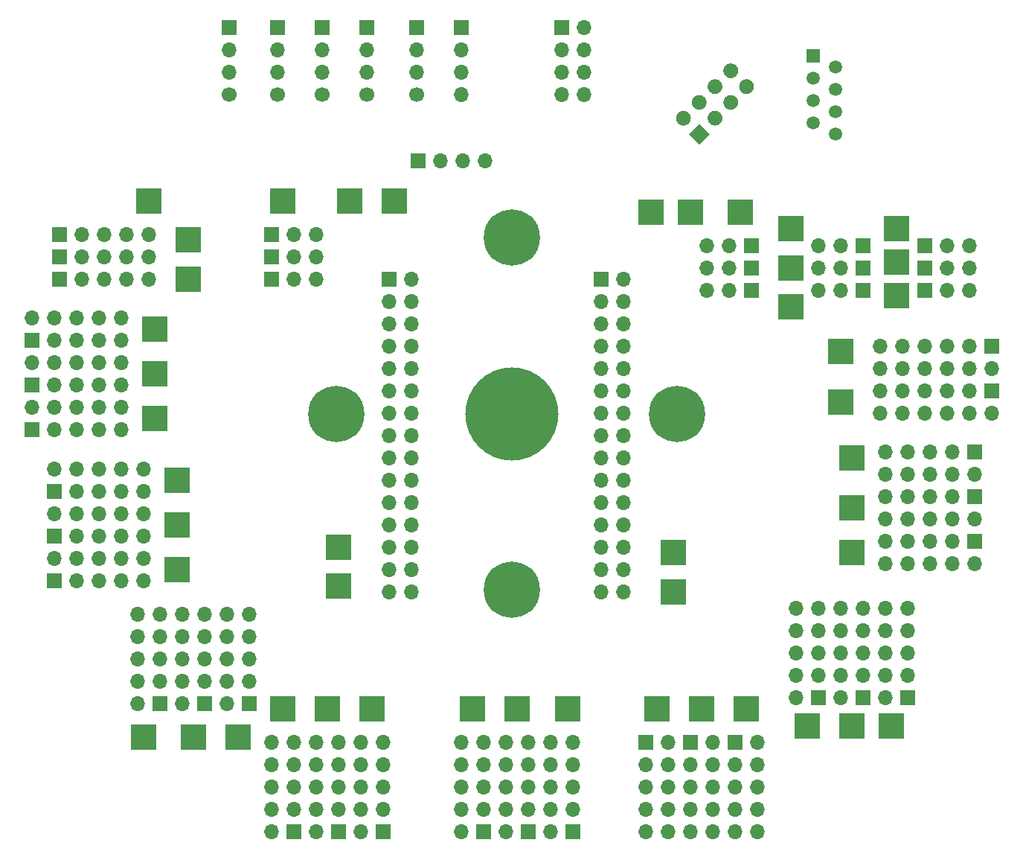
<source format=gbr>
%TF.GenerationSoftware,KiCad,Pcbnew,(5.1.9)-1*%
%TF.CreationDate,2021-04-12T23:12:51+02:00*%
%TF.ProjectId,Version1Female,56657273-696f-46e3-9146-656d616c652e,rev?*%
%TF.SameCoordinates,Original*%
%TF.FileFunction,Soldermask,Bot*%
%TF.FilePolarity,Negative*%
%FSLAX46Y46*%
G04 Gerber Fmt 4.6, Leading zero omitted, Abs format (unit mm)*
G04 Created by KiCad (PCBNEW (5.1.9)-1) date 2021-04-12 23:12:51*
%MOMM*%
%LPD*%
G01*
G04 APERTURE LIST*
%ADD10R,1.700000X1.700000*%
%ADD11O,1.700000X1.700000*%
%ADD12C,1.700000*%
%ADD13C,0.100000*%
%ADD14R,3.000000X3.000000*%
%ADD15C,6.400000*%
%ADD16C,1.500000*%
%ADD17R,1.500000X1.500000*%
%ADD18C,10.600000*%
G04 APERTURE END LIST*
D10*
%TO.C,J17*%
X113030000Y-47625000D03*
D11*
X113030000Y-50165000D03*
X113030000Y-52705000D03*
D12*
X113030000Y-55245000D03*
%TD*%
D10*
%TO.C,J6*%
X123190000Y-47625000D03*
D11*
X123190000Y-50165000D03*
X123190000Y-52705000D03*
D12*
X123190000Y-55245000D03*
%TD*%
D10*
%TO.C,J14*%
X107560000Y-47625000D03*
D11*
X107560000Y-50165000D03*
X107560000Y-52705000D03*
D12*
X107560000Y-55245000D03*
%TD*%
D10*
%TO.C,J12*%
X128905000Y-47625000D03*
D11*
X128905000Y-50165000D03*
X128905000Y-52705000D03*
D12*
X128905000Y-55245000D03*
%TD*%
D10*
%TO.C,J9*%
X133985000Y-47625000D03*
D11*
X133985000Y-50165000D03*
X133985000Y-52705000D03*
X133985000Y-55245000D03*
%TD*%
D10*
%TO.C,J4*%
X118110000Y-47625000D03*
D11*
X118110000Y-50165000D03*
X118110000Y-52705000D03*
D12*
X118110000Y-55245000D03*
%TD*%
D11*
%TO.C,J59*%
X147955000Y-55245000D03*
X145415000Y-55245000D03*
X147955000Y-52705000D03*
X145415000Y-52705000D03*
X147955000Y-50165000D03*
X145415000Y-50165000D03*
X147955000Y-47625000D03*
D10*
X145415000Y-47625000D03*
%TD*%
D13*
%TO.C,J58*%
G36*
X159833918Y-59690000D02*
G01*
X161036000Y-58487918D01*
X162238082Y-59690000D01*
X161036000Y-60892082D01*
X159833918Y-59690000D01*
G37*
G36*
G01*
X158638908Y-57292908D02*
X158638908Y-57292908D01*
G75*
G02*
X159840990Y-57292908I601041J-601041D01*
G01*
X159840990Y-57292908D01*
G75*
G02*
X159840990Y-58494990I-601041J-601041D01*
G01*
X159840990Y-58494990D01*
G75*
G02*
X158638908Y-58494990I-601041J601041D01*
G01*
X158638908Y-58494990D01*
G75*
G02*
X158638908Y-57292908I601041J601041D01*
G01*
G37*
G36*
G01*
X162231010Y-57292908D02*
X162231010Y-57292908D01*
G75*
G02*
X163433092Y-57292908I601041J-601041D01*
G01*
X163433092Y-57292908D01*
G75*
G02*
X163433092Y-58494990I-601041J-601041D01*
G01*
X163433092Y-58494990D01*
G75*
G02*
X162231010Y-58494990I-601041J601041D01*
G01*
X162231010Y-58494990D01*
G75*
G02*
X162231010Y-57292908I601041J601041D01*
G01*
G37*
G36*
G01*
X160434959Y-55496857D02*
X160434959Y-55496857D01*
G75*
G02*
X161637041Y-55496857I601041J-601041D01*
G01*
X161637041Y-55496857D01*
G75*
G02*
X161637041Y-56698939I-601041J-601041D01*
G01*
X161637041Y-56698939D01*
G75*
G02*
X160434959Y-56698939I-601041J601041D01*
G01*
X160434959Y-56698939D01*
G75*
G02*
X160434959Y-55496857I601041J601041D01*
G01*
G37*
G36*
G01*
X164027061Y-55496857D02*
X164027061Y-55496857D01*
G75*
G02*
X165229143Y-55496857I601041J-601041D01*
G01*
X165229143Y-55496857D01*
G75*
G02*
X165229143Y-56698939I-601041J-601041D01*
G01*
X165229143Y-56698939D01*
G75*
G02*
X164027061Y-56698939I-601041J601041D01*
G01*
X164027061Y-56698939D01*
G75*
G02*
X164027061Y-55496857I601041J601041D01*
G01*
G37*
G36*
G01*
X162231010Y-53700805D02*
X162231010Y-53700805D01*
G75*
G02*
X163433092Y-53700805I601041J-601041D01*
G01*
X163433092Y-53700805D01*
G75*
G02*
X163433092Y-54902887I-601041J-601041D01*
G01*
X163433092Y-54902887D01*
G75*
G02*
X162231010Y-54902887I-601041J601041D01*
G01*
X162231010Y-54902887D01*
G75*
G02*
X162231010Y-53700805I601041J601041D01*
G01*
G37*
G36*
G01*
X165823113Y-53700805D02*
X165823113Y-53700805D01*
G75*
G02*
X167025195Y-53700805I601041J-601041D01*
G01*
X167025195Y-53700805D01*
G75*
G02*
X167025195Y-54902887I-601041J-601041D01*
G01*
X167025195Y-54902887D01*
G75*
G02*
X165823113Y-54902887I-601041J601041D01*
G01*
X165823113Y-54902887D01*
G75*
G02*
X165823113Y-53700805I601041J601041D01*
G01*
G37*
G36*
G01*
X164027061Y-51904754D02*
X164027061Y-51904754D01*
G75*
G02*
X165229143Y-51904754I601041J-601041D01*
G01*
X165229143Y-51904754D01*
G75*
G02*
X165229143Y-53106836I-601041J-601041D01*
G01*
X165229143Y-53106836D01*
G75*
G02*
X164027061Y-53106836I-601041J601041D01*
G01*
X164027061Y-53106836D01*
G75*
G02*
X164027061Y-51904754I601041J601041D01*
G01*
G37*
%TD*%
D11*
%TO.C,J57*%
X191770000Y-77470000D03*
X189230000Y-77470000D03*
D10*
X186690000Y-77470000D03*
%TD*%
D11*
%TO.C,J56*%
X191770000Y-74930000D03*
X189230000Y-74930000D03*
D10*
X186690000Y-74930000D03*
%TD*%
D11*
%TO.C,J55*%
X167640000Y-139065000D03*
X165100000Y-139065000D03*
X167640000Y-136525000D03*
X165100000Y-136525000D03*
X167640000Y-133985000D03*
X165100000Y-133985000D03*
X167640000Y-131445000D03*
X165100000Y-131445000D03*
X167640000Y-128905000D03*
D10*
X165100000Y-128905000D03*
%TD*%
D11*
%TO.C,J54*%
X117475000Y-128905000D03*
X120015000Y-128905000D03*
X117475000Y-131445000D03*
X120015000Y-131445000D03*
X117475000Y-133985000D03*
X120015000Y-133985000D03*
X117475000Y-136525000D03*
X120015000Y-136525000D03*
X117475000Y-139065000D03*
D10*
X120015000Y-139065000D03*
%TD*%
D11*
%TO.C,J53*%
X112395000Y-128905000D03*
X114935000Y-128905000D03*
X112395000Y-131445000D03*
X114935000Y-131445000D03*
X112395000Y-133985000D03*
X114935000Y-133985000D03*
X112395000Y-136525000D03*
X114935000Y-136525000D03*
X112395000Y-139065000D03*
D10*
X114935000Y-139065000D03*
%TD*%
D11*
%TO.C,J52*%
X95250000Y-80645000D03*
X95250000Y-83185000D03*
X92710000Y-80645000D03*
X92710000Y-83185000D03*
X90170000Y-80645000D03*
X90170000Y-83185000D03*
X87630000Y-80645000D03*
X87630000Y-83185000D03*
X85090000Y-80645000D03*
D10*
X85090000Y-83185000D03*
%TD*%
D11*
%TO.C,J51*%
X95250000Y-85725000D03*
X95250000Y-88265000D03*
X92710000Y-85725000D03*
X92710000Y-88265000D03*
X90170000Y-85725000D03*
X90170000Y-88265000D03*
X87630000Y-85725000D03*
X87630000Y-88265000D03*
X85090000Y-85725000D03*
D10*
X85090000Y-88265000D03*
%TD*%
D11*
%TO.C,J50*%
X95250000Y-90805000D03*
X95250000Y-93345000D03*
X92710000Y-90805000D03*
X92710000Y-93345000D03*
X90170000Y-90805000D03*
X90170000Y-93345000D03*
X87630000Y-90805000D03*
X87630000Y-93345000D03*
X85090000Y-90805000D03*
D10*
X85090000Y-93345000D03*
%TD*%
D11*
%TO.C,J48*%
X97790000Y-97790000D03*
X97790000Y-100330000D03*
X95250000Y-97790000D03*
X95250000Y-100330000D03*
X92710000Y-97790000D03*
X92710000Y-100330000D03*
X90170000Y-97790000D03*
X90170000Y-100330000D03*
X87630000Y-97790000D03*
D10*
X87630000Y-100330000D03*
%TD*%
D11*
%TO.C,J47*%
X97790000Y-102870000D03*
X97790000Y-105410000D03*
X95250000Y-102870000D03*
X95250000Y-105410000D03*
X92710000Y-102870000D03*
X92710000Y-105410000D03*
X90170000Y-102870000D03*
X90170000Y-105410000D03*
X87630000Y-102870000D03*
D10*
X87630000Y-105410000D03*
%TD*%
D11*
%TO.C,J46*%
X97790000Y-107950000D03*
X97790000Y-110490000D03*
X95250000Y-107950000D03*
X95250000Y-110490000D03*
X92710000Y-107950000D03*
X92710000Y-110490000D03*
X90170000Y-107950000D03*
X90170000Y-110490000D03*
X87630000Y-107950000D03*
D10*
X87630000Y-110490000D03*
%TD*%
D11*
%TO.C,J45*%
X98425000Y-71120000D03*
X95885000Y-71120000D03*
X93345000Y-71120000D03*
X90805000Y-71120000D03*
D10*
X88265000Y-71120000D03*
%TD*%
D11*
%TO.C,J44*%
X107315000Y-114300000D03*
X109855000Y-114300000D03*
X107315000Y-116840000D03*
X109855000Y-116840000D03*
X107315000Y-119380000D03*
X109855000Y-119380000D03*
X107315000Y-121920000D03*
X109855000Y-121920000D03*
X107315000Y-124460000D03*
D10*
X109855000Y-124460000D03*
%TD*%
D11*
%TO.C,J43*%
X102235000Y-114300000D03*
X104775000Y-114300000D03*
X102235000Y-116840000D03*
X104775000Y-116840000D03*
X102235000Y-119380000D03*
X104775000Y-119380000D03*
X102235000Y-121920000D03*
X104775000Y-121920000D03*
X102235000Y-124460000D03*
D10*
X104775000Y-124460000D03*
%TD*%
D11*
%TO.C,J42*%
X97155000Y-114300000D03*
X99695000Y-114300000D03*
X97155000Y-116840000D03*
X99695000Y-116840000D03*
X97155000Y-119380000D03*
X99695000Y-119380000D03*
X97155000Y-121920000D03*
X99695000Y-121920000D03*
X97155000Y-124460000D03*
D10*
X99695000Y-124460000D03*
%TD*%
D11*
%TO.C,J41*%
X182245000Y-98425000D03*
X182245000Y-95885000D03*
X184785000Y-98425000D03*
X184785000Y-95885000D03*
X187325000Y-98425000D03*
X187325000Y-95885000D03*
X189865000Y-98425000D03*
X189865000Y-95885000D03*
X192405000Y-98425000D03*
D10*
X192405000Y-95885000D03*
%TD*%
D11*
%TO.C,J40*%
X182245000Y-103505000D03*
X182245000Y-100965000D03*
X184785000Y-103505000D03*
X184785000Y-100965000D03*
X187325000Y-103505000D03*
X187325000Y-100965000D03*
X189865000Y-103505000D03*
X189865000Y-100965000D03*
X192405000Y-103505000D03*
D10*
X192405000Y-100965000D03*
%TD*%
D11*
%TO.C,J39*%
X182245000Y-108585000D03*
X182245000Y-106045000D03*
X184785000Y-108585000D03*
X184785000Y-106045000D03*
X187325000Y-108585000D03*
X187325000Y-106045000D03*
X189865000Y-108585000D03*
X189865000Y-106045000D03*
X192405000Y-108585000D03*
D10*
X192405000Y-106045000D03*
%TD*%
D11*
%TO.C,J38*%
X182245000Y-113665000D03*
X184785000Y-113665000D03*
X182245000Y-116205000D03*
X184785000Y-116205000D03*
X182245000Y-118745000D03*
X184785000Y-118745000D03*
X182245000Y-121285000D03*
X184785000Y-121285000D03*
X182245000Y-123825000D03*
D10*
X184785000Y-123825000D03*
%TD*%
D11*
%TO.C,J37*%
X191770000Y-72390000D03*
X189230000Y-72390000D03*
D10*
X186690000Y-72390000D03*
%TD*%
%TO.C,J36*%
X179705000Y-72390000D03*
D11*
X177165000Y-72390000D03*
X174625000Y-72390000D03*
%TD*%
%TO.C,J35*%
X117475000Y-71120000D03*
X114935000Y-71120000D03*
D10*
X112395000Y-71120000D03*
%TD*%
D11*
%TO.C,J34*%
X161925000Y-72390000D03*
X164465000Y-72390000D03*
D10*
X167005000Y-72390000D03*
%TD*%
D11*
%TO.C,J33*%
X98425000Y-73660000D03*
X95885000Y-73660000D03*
X93345000Y-73660000D03*
X90805000Y-73660000D03*
D10*
X88265000Y-73660000D03*
%TD*%
D11*
%TO.C,J32*%
X177165000Y-113665000D03*
X179705000Y-113665000D03*
X177165000Y-116205000D03*
X179705000Y-116205000D03*
X177165000Y-118745000D03*
X179705000Y-118745000D03*
X177165000Y-121285000D03*
X179705000Y-121285000D03*
X177165000Y-123825000D03*
D10*
X179705000Y-123825000D03*
%TD*%
D11*
%TO.C,J31*%
X172085000Y-113665000D03*
X174625000Y-113665000D03*
X172085000Y-116205000D03*
X174625000Y-116205000D03*
X172085000Y-118745000D03*
X174625000Y-118745000D03*
X172085000Y-121285000D03*
X174625000Y-121285000D03*
X172085000Y-123825000D03*
D10*
X174625000Y-123825000D03*
%TD*%
D11*
%TO.C,J30*%
X162560000Y-139065000D03*
X160020000Y-139065000D03*
X162560000Y-136525000D03*
X160020000Y-136525000D03*
X162560000Y-133985000D03*
X160020000Y-133985000D03*
X162560000Y-131445000D03*
X160020000Y-131445000D03*
X162560000Y-128905000D03*
D10*
X160020000Y-128905000D03*
%TD*%
D11*
%TO.C,J29*%
X157480000Y-139065000D03*
X154940000Y-139065000D03*
X157480000Y-136525000D03*
X154940000Y-136525000D03*
X157480000Y-133985000D03*
X154940000Y-133985000D03*
X157480000Y-131445000D03*
X154940000Y-131445000D03*
X157480000Y-128905000D03*
D10*
X154940000Y-128905000D03*
%TD*%
D11*
%TO.C,J28*%
X144145000Y-128905000D03*
X146685000Y-128905000D03*
X144145000Y-131445000D03*
X146685000Y-131445000D03*
X144145000Y-133985000D03*
X146685000Y-133985000D03*
X144145000Y-136525000D03*
X146685000Y-136525000D03*
X144145000Y-139065000D03*
D10*
X146685000Y-139065000D03*
%TD*%
D11*
%TO.C,J27*%
X139065000Y-128905000D03*
X141605000Y-128905000D03*
X139065000Y-131445000D03*
X141605000Y-131445000D03*
X139065000Y-133985000D03*
X141605000Y-133985000D03*
X139065000Y-136525000D03*
X141605000Y-136525000D03*
X139065000Y-139065000D03*
D10*
X141605000Y-139065000D03*
%TD*%
D11*
%TO.C,J26*%
X133985000Y-128905000D03*
X136525000Y-128905000D03*
X133985000Y-131445000D03*
X136525000Y-131445000D03*
X133985000Y-133985000D03*
X136525000Y-133985000D03*
X133985000Y-136525000D03*
X136525000Y-136525000D03*
X133985000Y-139065000D03*
D10*
X136525000Y-139065000D03*
%TD*%
%TO.C,J25*%
X179705000Y-74930000D03*
D11*
X177165000Y-74930000D03*
X174625000Y-74930000D03*
%TD*%
%TO.C,J24*%
X117475000Y-73660000D03*
X114935000Y-73660000D03*
D10*
X112395000Y-73660000D03*
%TD*%
D11*
%TO.C,J23*%
X161925000Y-74930000D03*
X164465000Y-74930000D03*
D10*
X167005000Y-74930000D03*
%TD*%
D11*
%TO.C,J22*%
X98425000Y-76200000D03*
X95885000Y-76200000D03*
X93345000Y-76200000D03*
X90805000Y-76200000D03*
D10*
X88265000Y-76200000D03*
%TD*%
%TO.C,J21*%
X179705000Y-77470000D03*
D11*
X177165000Y-77470000D03*
X174625000Y-77470000D03*
%TD*%
%TO.C,J20*%
X117475000Y-76200000D03*
X114935000Y-76200000D03*
D10*
X112395000Y-76200000D03*
%TD*%
D11*
%TO.C,J19*%
X161925000Y-77470000D03*
X164465000Y-77470000D03*
D10*
X167005000Y-77470000D03*
%TD*%
D11*
%TO.C,J18*%
X122555000Y-128905000D03*
X125095000Y-128905000D03*
X122555000Y-131445000D03*
X125095000Y-131445000D03*
X122555000Y-133985000D03*
X125095000Y-133985000D03*
X122555000Y-136525000D03*
X125095000Y-136525000D03*
X122555000Y-139065000D03*
D10*
X125095000Y-139065000D03*
%TD*%
D11*
%TO.C,J15*%
X136652000Y-62738000D03*
X134112000Y-62738000D03*
X131572000Y-62738000D03*
D10*
X129032000Y-62738000D03*
%TD*%
D11*
%TO.C,J7*%
X181610000Y-91440000D03*
X181610000Y-88900000D03*
X184150000Y-91440000D03*
X184150000Y-88900000D03*
X186690000Y-91440000D03*
X186690000Y-88900000D03*
X189230000Y-91440000D03*
X189230000Y-88900000D03*
X191770000Y-91440000D03*
X191770000Y-88900000D03*
X194310000Y-91440000D03*
D10*
X194310000Y-88900000D03*
%TD*%
D11*
%TO.C,J3*%
X128270000Y-111760000D03*
X125730000Y-111760000D03*
X128270000Y-109220000D03*
X125730000Y-109220000D03*
X128270000Y-106680000D03*
X125730000Y-106680000D03*
X128270000Y-104140000D03*
X125730000Y-104140000D03*
X128270000Y-101600000D03*
X125730000Y-101600000D03*
X128270000Y-99060000D03*
X125730000Y-99060000D03*
X128270000Y-96520000D03*
X125730000Y-96520000D03*
X128270000Y-93980000D03*
X125730000Y-93980000D03*
X128270000Y-91440000D03*
X125730000Y-91440000D03*
X128270000Y-88900000D03*
X125730000Y-88900000D03*
X128270000Y-86360000D03*
X125730000Y-86360000D03*
X128270000Y-83820000D03*
X125730000Y-83820000D03*
X128270000Y-81280000D03*
X125730000Y-81280000D03*
X128270000Y-78740000D03*
X125730000Y-78740000D03*
X128270000Y-76200000D03*
D10*
X125730000Y-76200000D03*
%TD*%
D11*
%TO.C,J2*%
X181610000Y-86360000D03*
X181610000Y-83820000D03*
X184150000Y-86360000D03*
X184150000Y-83820000D03*
X186690000Y-86360000D03*
X186690000Y-83820000D03*
X189230000Y-86360000D03*
X189230000Y-83820000D03*
X191770000Y-86360000D03*
X191770000Y-83820000D03*
X194310000Y-86360000D03*
D10*
X194310000Y-83820000D03*
%TD*%
D11*
%TO.C,J1*%
X152400000Y-111760000D03*
X149860000Y-111760000D03*
X152400000Y-109220000D03*
X149860000Y-109220000D03*
X152400000Y-106680000D03*
X149860000Y-106680000D03*
X152400000Y-104140000D03*
X149860000Y-104140000D03*
X152400000Y-101600000D03*
X149860000Y-101600000D03*
X152400000Y-99060000D03*
X149860000Y-99060000D03*
X152400000Y-96520000D03*
X149860000Y-96520000D03*
X152400000Y-93980000D03*
X149860000Y-93980000D03*
X152400000Y-91440000D03*
X149860000Y-91440000D03*
X152400000Y-88900000D03*
X149860000Y-88900000D03*
X152400000Y-86360000D03*
X149860000Y-86360000D03*
X152400000Y-83820000D03*
X149860000Y-83820000D03*
X152400000Y-81280000D03*
X149860000Y-81280000D03*
X152400000Y-78740000D03*
X149860000Y-78740000D03*
X152400000Y-76200000D03*
D10*
X149860000Y-76200000D03*
%TD*%
D14*
%TO.C,TP43*%
X183515000Y-78105000D03*
%TD*%
%TO.C,TP42*%
X183515000Y-74295000D03*
%TD*%
%TO.C,TP41*%
X183515000Y-70485000D03*
%TD*%
%TO.C,TP40*%
X177165000Y-90170000D03*
%TD*%
%TO.C,TP39*%
X177165000Y-84455000D03*
%TD*%
%TO.C,TP38*%
X120015000Y-106680000D03*
%TD*%
%TO.C,TP38*%
X120015000Y-111125000D03*
%TD*%
%TO.C,TP37*%
X158115000Y-107315000D03*
%TD*%
%TO.C,TP37*%
X158115000Y-111760000D03*
%TD*%
%TO.C,TP36*%
X171450000Y-70485000D03*
%TD*%
%TO.C,TP35*%
X171450000Y-74930000D03*
%TD*%
%TO.C,TP34*%
X171450000Y-79375000D03*
%TD*%
%TO.C,TP33*%
X113665000Y-67310000D03*
%TD*%
%TO.C,TP32*%
X121285000Y-67310000D03*
%TD*%
%TO.C,TP31*%
X126365000Y-67310000D03*
%TD*%
%TO.C,TP30*%
X165735000Y-68580000D03*
%TD*%
%TO.C,TP29*%
X160020000Y-68580000D03*
%TD*%
%TO.C,TP28*%
X155575000Y-68580000D03*
%TD*%
%TO.C,TP27*%
X98425000Y-67310000D03*
%TD*%
%TO.C,TP26*%
X102870000Y-71755000D03*
%TD*%
%TO.C,TP25*%
X102870000Y-76200000D03*
%TD*%
%TO.C,TP24*%
X99060000Y-81915000D03*
%TD*%
%TO.C,TP23*%
X99060000Y-86995000D03*
%TD*%
%TO.C,TP22*%
X99060000Y-92075000D03*
%TD*%
%TO.C,TP21*%
X101600000Y-99060000D03*
%TD*%
%TO.C,TP20*%
X101600000Y-104140000D03*
%TD*%
%TO.C,TP19*%
X101600000Y-109220000D03*
%TD*%
%TO.C,TP18*%
X108585000Y-128270000D03*
%TD*%
%TO.C,TP17*%
X103505000Y-128270000D03*
%TD*%
%TO.C,TP16*%
X97790000Y-128270000D03*
%TD*%
%TO.C,TP15*%
X178435000Y-96520000D03*
%TD*%
%TO.C,TP14*%
X178435000Y-102235000D03*
%TD*%
%TO.C,TP13*%
X178435000Y-107315000D03*
%TD*%
%TO.C,TP12*%
X182880000Y-127000000D03*
%TD*%
%TO.C,TP11*%
X178435000Y-127000000D03*
%TD*%
%TO.C,TP10*%
X173355000Y-127000000D03*
%TD*%
%TO.C,TP9*%
X166370000Y-125095000D03*
%TD*%
%TO.C,TP8*%
X161290000Y-125095000D03*
%TD*%
%TO.C,TP7*%
X156210000Y-125095000D03*
%TD*%
%TO.C,TP6*%
X146050000Y-125095000D03*
%TD*%
%TO.C,TP5*%
X140335000Y-125095000D03*
%TD*%
%TO.C,TP4*%
X135255000Y-125095000D03*
%TD*%
%TO.C,TP3*%
X123825000Y-125095000D03*
%TD*%
%TO.C,TP2*%
X118745000Y-125095000D03*
%TD*%
%TO.C,TP1*%
X113665000Y-125095000D03*
%TD*%
D15*
%TO.C,REF\u002A\u002A*%
X139750000Y-71500000D03*
%TD*%
%TO.C,REF\u002A\u002A*%
X119750000Y-91500000D03*
%TD*%
%TO.C,REF\u002A\u002A*%
X139750000Y-111500000D03*
%TD*%
%TO.C,REF\u002A\u002A*%
X158500000Y-91500000D03*
%TD*%
D16*
%TO.C,J49*%
X176530000Y-57150000D03*
X176530000Y-59690000D03*
X176530000Y-52070000D03*
D17*
X173990000Y-50800000D03*
D16*
X173990000Y-58420000D03*
X176530000Y-54610000D03*
X173990000Y-55880000D03*
X173990000Y-53340000D03*
%TD*%
D18*
%TO.C,REF\u002A\u002A*%
X139750000Y-91500000D03*
%TD*%
M02*

</source>
